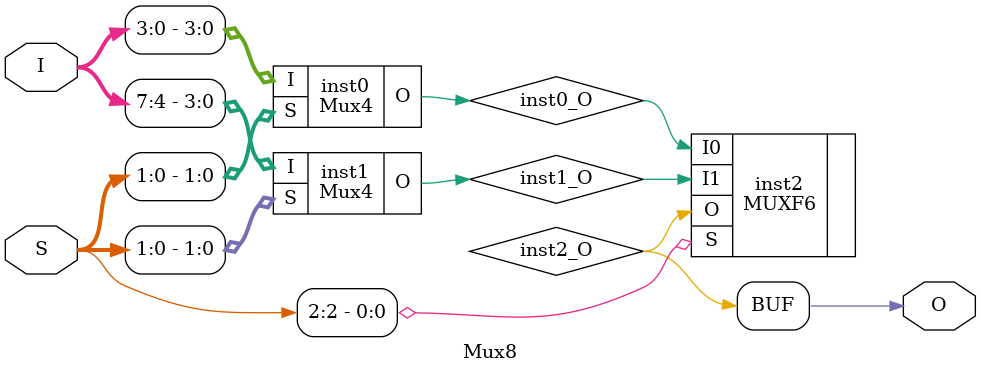
<source format=v>
module Mux4 (input [3:0] I, input [1:0] S, output  O);
wire  inst0_O;
wire  inst1_O;
wire  inst2_O;
LUT3 #(.INIT(8'hCA)) inst0 (.I0(I[0]), .I1(I[1]), .I2(S[0]), .O(inst0_O));
LUT3 #(.INIT(8'hCA)) inst1 (.I0(I[2]), .I1(I[3]), .I2(S[0]), .O(inst1_O));
MUXF5 inst2 (.I0(inst0_O), .I1(inst1_O), .S(S[1]), .O(inst2_O));
assign O = inst2_O;
endmodule

module Mux8 (input [7:0] I, input [2:0] S, output  O);
wire  inst0_O;
wire  inst1_O;
wire  inst2_O;
Mux4 inst0 (.I({I[3],I[2],I[1],I[0]}), .S({S[1],S[0]}), .O(inst0_O));
Mux4 inst1 (.I({I[7],I[6],I[5],I[4]}), .S({S[1],S[0]}), .O(inst1_O));
MUXF6 inst2 (.I0(inst0_O), .I1(inst1_O), .S(S[2]), .O(inst2_O));
assign O = inst2_O;
endmodule


</source>
